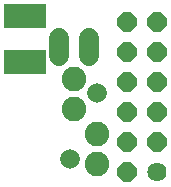
<source format=gbs>
G75*
G70*
%OFA0B0*%
%FSLAX24Y24*%
%IPPOS*%
%LPD*%
%AMOC8*
5,1,8,0,0,1.08239X$1,22.5*
%
%ADD10C,0.0820*%
%ADD11C,0.0640*%
%ADD12OC8,0.0640*%
%ADD13R,0.1419X0.0828*%
%ADD14C,0.0680*%
%ADD15C,0.0656*%
D10*
X003414Y003800D03*
X003414Y004800D03*
X004204Y002960D03*
X004204Y001960D03*
D11*
X006174Y001680D03*
D12*
X006174Y002680D03*
X006174Y003680D03*
X006174Y004680D03*
X006174Y005680D03*
X006174Y006680D03*
X005174Y006680D03*
X005174Y005680D03*
X005174Y004680D03*
X005174Y003680D03*
X005174Y002680D03*
X005174Y001680D03*
D13*
X001800Y005337D03*
X001800Y006873D03*
D14*
X002934Y006160D02*
X002934Y005560D01*
X003934Y005560D02*
X003934Y006160D01*
D15*
X004174Y004310D03*
X003284Y002130D03*
M02*

</source>
